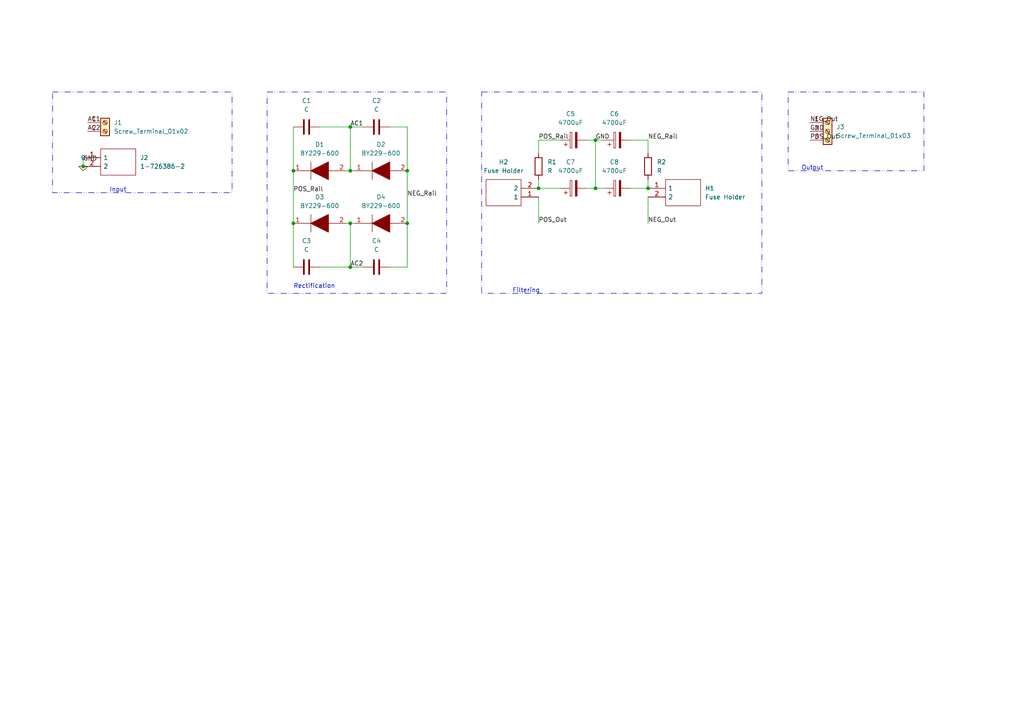
<source format=kicad_sch>
(kicad_sch (version 20230121) (generator eeschema)
  (paper "A4")
  (lib_symbols
    (symbol "Connector:Screw_Terminal_01x02" (pin_names (offset 1.016) hide)
      (property "Reference" "J" (at 0 2.54 0))
      (property "Value" "Screw_Terminal_01x02" (at 0 -5.08 0))
      (symbol "Screw_Terminal_01x02_1_1"
        (rectangle (start -1.27 1.27) (end 1.27 -3.81) (stroke (width 0.254)) (fill (type background)))
        (circle (center 0 -2.54) (radius 0.635) (stroke (width 0.1524)))
        (polyline (pts (xy -0.5334 -2.2098) (xy 0.3302 -3.048)) (stroke (width 0.1524)))
        (polyline (pts (xy -0.5334 0.3302) (xy 0.3302 -0.508)) (stroke (width 0.1524)))
        (polyline (pts (xy -0.3556 -2.032) (xy 0.508 -2.8702)) (stroke (width 0.1524)))
        (polyline (pts (xy -0.3556 0.508) (xy 0.508 -0.3302)) (stroke (width 0.1524)))
        (circle (center 0 0) (radius 0.635) (stroke (width 0.1524)))
        (pin passive line (at -5.08 0 0) (length 3.81) (name "Pin_1") (number "1"))
        (pin passive line (at -5.08 -2.54 0) (length 3.81) (name "Pin_2") (number "2"))
      )
    )
    (symbol "Connector:Screw_Terminal_01x03" (pin_names (offset 1.016) hide)
      (property "Reference" "J" (at 0 5.08 0))
      (property "Value" "Screw_Terminal_01x03" (at 0 -5.08 0))
      (symbol "Screw_Terminal_01x03_1_1"
        (rectangle (start -1.27 3.81) (end 1.27 -3.81) (stroke (width 0.254)) (fill (type background)))
        (circle (center 0 -2.54) (radius 0.635) (stroke (width 0.1524)))
        (polyline (pts (xy -0.5334 -2.2098) (xy 0.3302 -3.048)) (stroke (width 0.1524)))
        (polyline (pts (xy -0.5334 0.3302) (xy 0.3302 -0.508)) (stroke (width 0.1524)))
        (polyline (pts (xy -0.5334 2.8702) (xy 0.3302 2.032)) (stroke (width 0.1524)))
        (polyline (pts (xy -0.3556 -2.032) (xy 0.508 -2.8702)) (stroke (width 0.1524)))
        (polyline (pts (xy -0.3556 0.508) (xy 0.508 -0.3302)) (stroke (width 0.1524)))
        (polyline (pts (xy -0.3556 3.048) (xy 0.508 2.2098)) (stroke (width 0.1524)))
        (circle (center 0 0) (radius 0.635) (stroke (width 0.1524)))
        (circle (center 0 2.54) (radius 0.635) (stroke (width 0.1524)))
        (pin passive line (at -5.08 2.54 0) (length 3.81) (name "Pin_1") (number "1"))
        (pin passive line (at -5.08 0 0) (length 3.81) (name "Pin_2") (number "2"))
        (pin passive line (at -5.08 -2.54 0) (length 3.81) (name "Pin_3") (number "3"))
      )
    )
    (symbol "Device:C" (pin_numbers hide) (pin_names (offset 0.254))
      (property "Reference" "C" (at 0.635 2.54 0))
      (property "Value" "C" (at 0.635 -2.54 0))
      (symbol "C_0_1"
        (polyline (pts (xy -2.032 -0.762) (xy 2.032 -0.762)) (stroke (width 0.508)))
        (polyline (pts (xy -2.032 0.762) (xy 2.032 0.762)) (stroke (width 0.508)))
      )
      (symbol "C_1_1"
        (pin passive line (at 0 3.81 270) (length 2.794) (name "~") (number "1"))
        (pin passive line (at 0 -3.81 90) (length 2.794) (name "~") (number "2"))
      )
    )
    (symbol "Device:C_Polarized" (pin_numbers hide) (pin_names (offset 0.254))
      (property "Reference" "C" (at 0.635 2.54 0))
      (property "Value" "C_Polarized" (at 0.635 -2.54 0))
      (symbol "C_Polarized_0_1"
        (rectangle (start -2.286 0.508) (end 2.286 1.016))
        (polyline (pts (xy -1.778 2.286) (xy -0.762 2.286)))
        (polyline (pts (xy -1.27 2.794) (xy -1.27 1.778)))
        (rectangle (start 2.286 -0.508) (end -2.286 -1.016) (fill (type outline)))
      )
      (symbol "C_Polarized_1_1"
        (pin passive line (at 0 3.81 270) (length 2.794) (name "~") (number "1"))
        (pin passive line (at 0 -3.81 90) (length 2.794) (name "~") (number "2"))
      )
    )
    (symbol "Device:R" (pin_numbers hide) (pin_names (offset 0))
      (property "Reference" "R" (at 2.032 0 90))
      (property "Value" "R" (at 0 0 90))
      (symbol "R_0_1"
        (rectangle (start -1.016 -2.54) (end 1.016 2.54) (stroke (width 0.254)))
      )
      (symbol "R_1_1"
        (pin passive line (at 0 3.81 270) (length 1.27) (name "~") (number "1"))
        (pin passive line (at 0 -3.81 90) (length 1.27) (name "~") (number "2"))
      )
    )
    (symbol "SamacSys_Parts:1-726386-2" (pin_names (offset 0.762))
      (property "Reference" "J" (at 16.51 7.62 0))
      (property "Value" "1-726386-2" (at 16.51 5.08 0))
      (symbol "1-726386-2_0_0"
        (pin passive line (at 0 0 0) (length 5.08) (name "1") (number "1"))
        (pin passive line (at 0 -2.54 0) (length 5.08) (name "2") (number "2"))
      )
      (symbol "1-726386-2_0_1"
        (polyline (pts (xy 5.08 2.54) (xy 15.24 2.54) (xy 15.24 -5.08) (xy 5.08 -5.08) (xy 5.08 2.54)) (stroke (width 0.1524)))
      )
    )
    (symbol "SamacSys_Parts:65600001009" (pin_names (offset 0.762))
      (property "Reference" "H" (at 16.51 7.62 0))
      (property "Value" "65600001009" (at 16.51 5.08 0))
      (symbol "65600001009_0_0"
        (pin passive line (at 0 0 0) (length 5.08) (name "1") (number "1"))
        (pin passive line (at 0 -2.54 0) (length 5.08) (name "2") (number "2"))
      )
      (symbol "65600001009_0_1"
        (polyline (pts (xy 5.08 2.54) (xy 15.24 2.54) (xy 15.24 -5.08) (xy 5.08 -5.08) (xy 5.08 2.54)) (stroke (width 0.1524)))
      )
    )
    (symbol "SamacSys_Parts:BY229-600" (pin_names (offset 0.762))
      (property "Reference" "D" (at 11.43 5.08 0))
      (property "Value" "BY229-600" (at 11.43 2.54 0))
      (symbol "BY229-600_0_0"
        (pin passive line (at 0 0 0) (length 2.54) (name "~") (number "1"))
        (pin passive line (at 15.24 0 180) (length 2.54) (name "~") (number "2"))
      )
      (symbol "BY229-600_0_1"
        (polyline (pts (xy 2.54 0) (xy 5.08 0)) (stroke (width 0.1524)))
        (polyline (pts (xy 5.08 2.54) (xy 5.08 -2.54)) (stroke (width 0.1524)))
        (polyline (pts (xy 10.16 0) (xy 12.7 0)) (stroke (width 0.1524)))
        (polyline (pts (xy 5.08 0) (xy 10.16 2.54) (xy 10.16 -2.54) (xy 5.08 0)) (stroke (width 0.254)) (fill (type outline)))
      )
    )
    (symbol "Simulation_SPICE:0" (power) (pin_names (offset 0))
      (property "Value" "0" (at 0 -1.778 0))
      (symbol "0_0_1"
        (polyline (pts (xy -1.27 0) (xy 0 -1.27) (xy 1.27 0) (xy -1.27 0)))
      )
      (symbol "0_1_1"
        (pin power_in line (at 0 0 0) (length 0) hide (name "0") (number "1"))
      )
    )
  )
  (junction (at 101.6 49.53))
  (junction (at 118.11 64.77))
  (junction (at 101.6 64.77))
  (junction (at 85.09 64.77))
  (junction (at 85.09 49.53))
  (junction (at 101.6 36.83))
  (junction (at 172.72 40.64))
  (junction (at 101.6 77.47))
  (junction (at 172.72 54.61))
  (junction (at 24.13 48.26))
  (junction (at 187.96 54.61))
  (junction (at 118.11 49.53))
  (junction (at 156.21 54.61))
  (wire (pts (xy 113.03 77.47) (xy 118.11 77.47)))
  (wire (pts (xy 101.6 64.77) (xy 102.87 64.77)))
  (wire (pts (xy 101.6 49.53) (xy 102.87 49.53)))
  (wire (pts (xy 182.88 40.64) (xy 187.96 40.64)))
  (wire (pts (xy 85.09 64.77) (xy 85.09 77.47)))
  (wire (pts (xy 24.13 45.72) (xy 24.13 48.26)))
  (wire (pts (xy 156.21 54.61) (xy 162.56 54.61)))
  (wire (pts (xy 113.03 36.83) (xy 118.11 36.83)))
  (wire (pts (xy 170.18 54.61) (xy 172.72 54.61)))
  (wire (pts (xy 85.09 36.83) (xy 85.09 49.53)))
  (wire (pts (xy 172.72 40.64) (xy 175.26 40.64)))
  (wire (pts (xy 156.21 57.15) (xy 156.21 64.77)))
  (wire (pts (xy 172.72 40.64) (xy 172.72 54.61)))
  (wire (pts (xy 105.41 77.47) (xy 101.6 77.47)))
  (wire (pts (xy 92.71 77.47) (xy 101.6 77.47)))
  (wire (pts (xy 187.96 40.64) (xy 187.96 44.45)))
  (wire (pts (xy 118.11 64.77) (xy 118.11 77.47)))
  (wire (pts (xy 172.72 54.61) (xy 175.26 54.61)))
  (wire (pts (xy 92.71 36.83) (xy 101.6 36.83)))
  (wire (pts (xy 101.6 36.83) (xy 105.41 36.83)))
  (wire (pts (xy 118.11 36.83) (xy 118.11 49.53)))
  (wire (pts (xy 187.96 54.61) (xy 182.88 54.61)))
  (wire (pts (xy 85.09 49.53) (xy 85.09 64.77)))
  (wire (pts (xy 187.96 52.07) (xy 187.96 54.61)))
  (wire (pts (xy 187.96 57.15) (xy 187.96 64.77)))
  (wire (pts (xy 118.11 49.53) (xy 118.11 64.77)))
  (wire (pts (xy 100.33 64.77) (xy 101.6 64.77)))
  (wire (pts (xy 156.21 40.64) (xy 156.21 44.45)))
  (wire (pts (xy 101.6 64.77) (xy 101.6 77.47)))
  (wire (pts (xy 162.56 40.64) (xy 156.21 40.64)))
  (wire (pts (xy 156.21 52.07) (xy 156.21 54.61)))
  (wire (pts (xy 100.33 49.53) (xy 101.6 49.53)))
  (wire (pts (xy 170.18 40.64) (xy 172.72 40.64)))
  (wire (pts (xy 101.6 36.83) (xy 101.6 49.53)))
  (rectangle (start 228.6 26.67) (end 267.97 49.53) (stroke (width 0) (type dash_dot_dot)))
  (rectangle (start 77.47 26.67) (end 129.54 85.09) (stroke (width 0) (type dash_dot_dot)))
  (rectangle (start 139.7 26.67) (end 220.98 85.09) (stroke (width 0) (type dash_dot_dot)))
  (rectangle (start 15.24 26.67) (end 67.31 55.88) (stroke (width 0) (type dash_dot_dot)))
  (text "Filtering\n" (at 148.59 85.09 0) (effects (font (size 1.27 1.27)) (justify left bottom)))
  (text "Input\n" (at 31.75 55.88 0) (effects (font (size 1.27 1.27)) (justify left bottom)))
  (text "Rectification" (at 85.09 83.82 0) (effects (font (size 1.27 1.27)) (justify left bottom)))
  (text "Output\n" (at 232.41 49.53 0) (effects (font (size 1.27 1.27)) (justify left bottom)))
  (label "AC2" (at 25.4 38.1 0))
  (label "GND" (at 24.13 46.99 0))
  (label "AC2" (at 101.6 77.47 0))
  (label "NEG_Out" (at 234.95 35.56 0))
  (label "NEG_Out" (at 187.96 64.77 0))
  (label "AC1" (at 101.6 36.83 0))
  (label "POS_Out" (at 234.95 40.64 0))
  (label "AC1" (at 25.4 35.56 0))
  (label "GND" (at 234.95 38.1 0))
  (label "GND" (at 172.72 40.64 0))
  (label "POS_Out" (at 156.21 64.77 0))
  (label "POS_Rail" (at 156.21 40.64 0))
  (label "NEG_Rail" (at 187.96 40.64 0))
  (label "POS_Rail" (at 85.09 55.88 0))
  (label "NEG_Rail" (at 118.11 57.15 0))
  (symbol (lib_id "Connector:Screw_Terminal_01x03") (at 240.03 38.1 0) (unit 1)
    (property "Reference" "J3" (at 242.57 36.83 0) (effects (justify left)))
    (property "Value" "Screw_Terminal_01x03" (at 242.57 39.37 0) (effects (justify left)))
    (property "Footprint" "TerminalBlock_Phoenix:TerminalBlock_Phoenix_MKDS-1,5-3-5.08_1x03_P5.08mm_Horizontal" (effects hide))
  )
  (symbol (lib_id "Device:C") (at 109.22 77.47 90) (unit 1)
    (property "Reference" "C4" (at 109.22 69.85 90))
    (property "Value" "C" (at 109.22 72.39 90))
    (property "Footprint" "Capacitor_THT:C_Disc_D4.3mm_W1.9mm_P5.00mm" (effects hide))
  )
  (symbol (lib_id "Device:C") (at 88.9 77.47 90) (unit 1)
    (property "Reference" "C3" (at 88.9 69.85 90))
    (property "Value" "C" (at 88.9 72.39 90))
    (property "Footprint" "Capacitor_THT:C_Disc_D4.3mm_W1.9mm_P5.00mm" (effects hide))
  )
  (symbol (lib_id "SamacSys_Parts:65600001009") (at 156.21 57.15 180) (unit 1)
    (property "Reference" "H2" (at 146.05 46.99 0))
    (property "Value" "Fuse Holder" (at 146.05 49.53 0))
    (property "Footprint" "library:65600001009" (effects hide))
    (property "Datasheet" "https://www.littelfuse.com/media?resourcetype=datasheets&itemid=7143dbe7-66cc-46d0-a668-04c7d18969fc&filename=littelfuse-fuse-block-656-datasheet" (effects hide))
    (property "Description" "Molded Base PC Mount Fuse Block For 520mm Fuses" (effects hide))
    (property "Height" "12" (effects hide))
    (property "Manufacturer_Name" "LITTELFUSE" (effects hide))
    (property "Manufacturer_Part_Number" "65600001009" (effects hide))
    (property "Mouser Part Number" "576-65600001009" (effects hide))
    (property "Mouser Price/Stock" "https://www.mouser.co.uk/ProductDetail/Littelfuse/65600001009?qs=jPWcQx%2F5bayV8exo4hnGjg%3D%3D" (effects hide))
    (property "Arrow Part Number" "65600001009" (effects hide))
    (property "Arrow Price/Stock" "https://www.arrow.com/en/products/65600001009/littelfuse?region=europe" (effects hide))
  )
  (symbol (lib_id "SamacSys_Parts:BY229-600") (at 85.09 49.53 0) (unit 1)
    (property "Reference" "D1" (at 92.71 41.91 0))
    (property "Value" "BY229-600" (at 92.71 44.45 0))
    (property "Footprint" "Package_TO_SOT_THT:TO-220-2_Vertical" (effects hide))
    (property "Datasheet" "https://componentsearchengine.com/Datasheets/1/BY229-600.pdf" (effects hide))
    (property "Description" "NXP 600V 8A, Diode, 2-Pin TO-220AC BY229-600" (effects hide))
    (property "Height" "4.5" (effects hide))
    (property "Manufacturer_Name" "Nexperia" (effects hide))
    (property "Manufacturer_Part_Number" "BY229-600" (effects hide))
    (property "Mouser Part Number" "771-BY229-600" (effects hide))
    (property "Mouser Price/Stock" "https://www.mouser.com/Search/Refine.aspx?Keyword=771-BY229-600" (effects hide))
  )
  (symbol (lib_id "SamacSys_Parts:1-726386-2") (at 24.13 45.72 0) (unit 1)
    (property "Reference" "J2" (at 40.64 45.72 0) (effects (justify left)))
    (property "Value" "1-726386-2" (at 40.64 48.26 0) (effects (justify left)))
    (property "Footprint" "library:17263862" (effects hide))
    (property "Datasheet" "https://www.te.com/commerce/DocumentDelivery/DDEController?Action=srchrtrv&DocNm=726386&DocType=Customer+Drawing&DocLang=English" (effects hide))
    (property "Description" "Terminals GDS FLA-STE-KONT6 3" (effects hide))
    (property "Height" "10" (effects hide))
    (property "Manufacturer_Name" "TE Connectivity" (effects hide))
    (property "Manufacturer_Part_Number" "1-726386-2" (effects hide))
    (property "Mouser Part Number" "571-1-726386-2" (effects hide))
    (property "Mouser Price/Stock" "https://www.mouser.co.uk/ProductDetail/TE-Connectivity-AMP/1-726386-2?qs=sd1rtLGwt45nyJyhlwtp0g%3D%3D" (effects hide))
    (property "Arrow Part Number" "1-726386-2" (effects hide))
    (property "Arrow Price/Stock" "https://www.arrow.com/en/products/1-726386-2/te-connectivity?region=europe" (effects hide))
  )
  (symbol (lib_id "SamacSys_Parts:65600001009") (at 187.96 54.61 0) (unit 1)
    (property "Reference" "H1" (at 204.47 54.61 0) (effects (justify left)))
    (property "Value" "Fuse Holder" (at 204.47 57.15 0) (effects (justify left)))
    (property "Footprint" "library:65600001009" (effects hide))
    (property "Datasheet" "https://www.littelfuse.com/media?resourcetype=datasheets&itemid=7143dbe7-66cc-46d0-a668-04c7d18969fc&filename=littelfuse-fuse-block-656-datasheet" (effects hide))
    (property "Description" "Molded Base PC Mount Fuse Block For 520mm Fuses" (effects hide))
    (property "Height" "12" (effects hide))
    (property "Manufacturer_Name" "LITTELFUSE" (effects hide))
    (property "Manufacturer_Part_Number" "65600001009" (effects hide))
    (property "Mouser Part Number" "576-65600001009" (effects hide))
    (property "Mouser Price/Stock" "https://www.mouser.co.uk/ProductDetail/Littelfuse/65600001009?qs=jPWcQx%2F5bayV8exo4hnGjg%3D%3D" (effects hide))
    (property "Arrow Part Number" "65600001009" (effects hide))
    (property "Arrow Price/Stock" "https://www.arrow.com/en/products/65600001009/littelfuse?region=europe" (effects hide))
  )
  (symbol (lib_id "Device:R") (at 156.21 48.26 0) (unit 1)
    (property "Reference" "R1" (at 158.75 46.99 0) (effects (justify left)))
    (property "Value" "R" (at 158.75 49.53 0) (effects (justify left)))
    (property "Footprint" "Resistor_THT:R_Axial_DIN0414_L11.9mm_D4.5mm_P20.32mm_Horizontal" (effects hide))
  )
  (symbol (lib_id "Device:C_Polarized") (at 166.37 54.61 90) (unit 1)
    (property "Reference" "C7" (at 165.481 46.99 90))
    (property "Value" "4700uF" (at 165.481 49.53 90))
    (property "Footprint" "Capacitor_THT:CP_Radial_D26.0mm_P10.00mm_SnapIn" (effects hide))
  )
  (symbol (lib_id "Simulation_SPICE:0") (at 24.13 48.26 0) (unit 1)
    (property "Reference" "#GND01" (effects hide))
    (property "Value" "0" (at 24.13 45.72 0))
  )
  (symbol (lib_id "SamacSys_Parts:BY229-600") (at 85.09 64.77 0) (unit 1)
    (property "Reference" "D3" (at 92.71 57.15 0))
    (property "Value" "BY229-600" (at 92.71 59.69 0))
    (property "Footprint" "Package_TO_SOT_THT:TO-220-2_Vertical" (effects hide))
    (property "Datasheet" "https://componentsearchengine.com/Datasheets/1/BY229-600.pdf" (effects hide))
    (property "Description" "NXP 600V 8A, Diode, 2-Pin TO-220AC BY229-600" (effects hide))
    (property "Height" "4.5" (effects hide))
    (property "Manufacturer_Name" "Nexperia" (effects hide))
    (property "Manufacturer_Part_Number" "BY229-600" (effects hide))
    (property "Mouser Part Number" "771-BY229-600" (effects hide))
    (property "Mouser Price/Stock" "https://www.mouser.com/Search/Refine.aspx?Keyword=771-BY229-600" (effects hide))
  )
  (symbol (lib_id "Device:C") (at 88.9 36.83 90) (unit 1)
    (property "Reference" "C1" (at 88.9 29.21 90))
    (property "Value" "C" (at 88.9 31.75 90))
    (property "Footprint" "Capacitor_THT:C_Disc_D4.3mm_W1.9mm_P5.00mm" (effects hide))
  )
  (symbol (lib_id "Device:C_Polarized") (at 166.37 40.64 90) (unit 1)
    (property "Reference" "C5" (at 165.481 33.02 90))
    (property "Value" "4700uF" (at 165.481 35.56 90))
    (property "Footprint" "Capacitor_THT:CP_Radial_D26.0mm_P10.00mm_SnapIn" (effects hide))
  )
  (symbol (lib_id "SamacSys_Parts:BY229-600") (at 102.87 49.53 0) (unit 1)
    (property "Reference" "D2" (at 110.49 41.91 0))
    (property "Value" "BY229-600" (at 110.49 44.45 0))
    (property "Footprint" "Package_TO_SOT_THT:TO-220-2_Vertical" (effects hide))
    (property "Datasheet" "https://componentsearchengine.com/Datasheets/1/BY229-600.pdf" (effects hide))
    (property "Description" "NXP 600V 8A, Diode, 2-Pin TO-220AC BY229-600" (effects hide))
    (property "Height" "4.5" (effects hide))
    (property "Manufacturer_Name" "Nexperia" (effects hide))
    (property "Manufacturer_Part_Number" "BY229-600" (effects hide))
    (property "Mouser Part Number" "771-BY229-600" (effects hide))
    (property "Mouser Price/Stock" "https://www.mouser.com/Search/Refine.aspx?Keyword=771-BY229-600" (effects hide))
  )
  (symbol (lib_id "SamacSys_Parts:BY229-600") (at 102.87 64.77 0) (unit 1)
    (property "Reference" "D4" (at 110.49 57.15 0))
    (property "Value" "BY229-600" (at 110.49 59.69 0))
    (property "Footprint" "Package_TO_SOT_THT:TO-220-2_Vertical" (effects hide))
    (property "Datasheet" "https://componentsearchengine.com/Datasheets/1/BY229-600.pdf" (effects hide))
    (property "Description" "NXP 600V 8A, Diode, 2-Pin TO-220AC BY229-600" (effects hide))
    (property "Height" "4.5" (effects hide))
    (property "Manufacturer_Name" "Nexperia" (effects hide))
    (property "Manufacturer_Part_Number" "BY229-600" (effects hide))
    (property "Mouser Part Number" "771-BY229-600" (effects hide))
    (property "Mouser Price/Stock" "https://www.mouser.com/Search/Refine.aspx?Keyword=771-BY229-600" (effects hide))
  )
  (symbol (lib_id "Device:R") (at 187.96 48.26 0) (unit 1)
    (property "Reference" "R2" (at 190.5 46.99 0) (effects (justify left)))
    (property "Value" "R" (at 190.5 49.53 0) (effects (justify left)))
    (property "Footprint" "Resistor_THT:R_Axial_DIN0414_L11.9mm_D4.5mm_P20.32mm_Horizontal" (effects hide))
  )
  (symbol (lib_id "Device:C_Polarized") (at 179.07 40.64 90) (unit 1)
    (property "Reference" "C6" (at 178.181 33.02 90))
    (property "Value" "4700uF" (at 178.181 35.56 90))
    (property "Footprint" "Capacitor_THT:CP_Radial_D26.0mm_P10.00mm_SnapIn" (effects hide))
  )
  (symbol (lib_id "Device:C_Polarized") (at 179.07 54.61 90) (unit 1)
    (property "Reference" "C8" (at 178.181 46.99 90))
    (property "Value" "4700uF" (at 178.181 49.53 90))
    (property "Footprint" "Capacitor_THT:CP_Radial_D26.0mm_P10.00mm_SnapIn" (effects hide))
  )
  (symbol (lib_id "Connector:Screw_Terminal_01x02") (at 30.48 35.56 0) (unit 1)
    (property "Reference" "J1" (at 33.02 35.56 0) (effects (justify left)))
    (property "Value" "Screw_Terminal_01x02" (at 33.02 38.1 0) (effects (justify left)))
    (property "Footprint" "TerminalBlock_Phoenix:TerminalBlock_Phoenix_PT-1,5-2-5.0-H_1x02_P5.00mm_Horizontal" (effects hide))
  )
  (symbol (lib_id "Device:C") (at 109.22 36.83 90) (unit 1)
    (property "Reference" "C2" (at 109.22 29.21 90))
    (property "Value" "C" (at 109.22 31.75 90))
    (property "Footprint" "Capacitor_THT:C_Disc_D4.3mm_W1.9mm_P5.00mm" (effects hide))
  )
)
</source>
